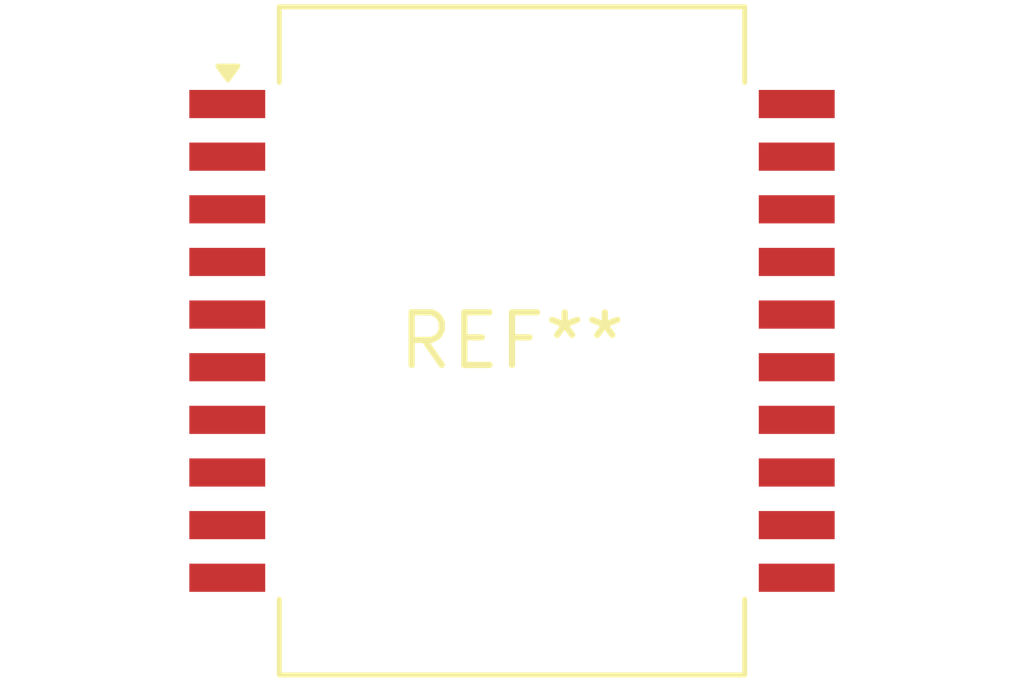
<source format=kicad_pcb>
(kicad_pcb (version 20240108) (generator pcbnew)
  (layers (0 "F.Cu" signal) (31 "B.Cu" signal) (34 "B.Paste" user) (35 "F.Paste" user) (36 "B.SilkS" user "B.Silkscreen") (37 "F.SilkS" user "F.Silkscreen") (38 "B.Mask" user) (39 "F.Mask" user) (44 "Edge.Cuts" user))
  (net 0 "")
  (footprint "Infineon_PG-DSO-20-87" (layer "F.Cu") (at 0 0)
    (property "Reference" "REF**")
    (property "Value" "Infineon_PG-DSO-20-87")
    (fp_line (start -5.61 -8.06) (end 5.61 -8.06) (layer "F.SilkS") (stroke (width 0.12)))
    (fp_line (start -5.61 -6.235) (end -5.61 -8.06) (layer "F.SilkS") (stroke (width 0.12)))
    (fp_line (start -5.61 6.235) (end -5.61 8.06) (layer "F.SilkS") (stroke (width 0.12)))
    (fp_line (start 5.61 -6.235) (end 5.61 -8.06) (layer "F.SilkS") (stroke (width 0.12)))
    (fp_line (start 5.61 6.235) (end 5.61 8.06) (layer "F.SilkS") (stroke (width 0.12)))
    (fp_line (start 5.61 8.06) (end -5.61 8.06) (layer "F.SilkS") (stroke (width 0.12)))
    (fp_poly (pts (xy -6.85 -6.3) (xy -7.09 -6.63) (xy -6.61 -6.63) (xy -6.85 -6.3)) (layer "F.SilkS") (stroke (width 0.12)) (fill solid))
    (pad "1" smd rect (at -6.865 -5.715) (size 1.83 0.68) (layers "F.Cu" "F.Paste" "F.Mask"))
    (pad "2" smd rect (at -6.865 -4.445) (size 1.83 0.68) (layers "F.Cu" "F.Paste" "F.Mask"))
    (pad "3" smd rect (at -6.865 -3.175) (size 1.83 0.68) (layers "F.Cu" "F.Paste" "F.Mask"))
    (pad "4" smd rect (at -6.865 -1.905) (size 1.83 0.68) (layers "F.Cu" "F.Paste" "F.Mask"))
    (pad "5" smd rect (at -6.865 -0.635) (size 1.83 0.68) (layers "F.Cu" "F.Paste" "F.Mask"))
    (pad "6" smd rect (at -6.865 0.635) (size 1.83 0.68) (layers "F.Cu" "F.Paste" "F.Mask"))
    (pad "7" smd rect (at -6.865 1.905) (size 1.83 0.68) (layers "F.Cu" "F.Paste" "F.Mask"))
    (pad "8" smd rect (at -6.865 3.175) (size 1.83 0.68) (layers "F.Cu" "F.Paste" "F.Mask"))
    (pad "9" smd rect (at -6.865 4.445) (size 1.83 0.68) (layers "F.Cu" "F.Paste" "F.Mask"))
    (pad "10" smd rect (at -6.865 5.715) (size 1.83 0.68) (layers "F.Cu" "F.Paste" "F.Mask"))
    (pad "11" smd rect (at 6.865 5.715) (size 1.83 0.68) (layers "F.Cu" "F.Paste" "F.Mask"))
    (pad "12" smd rect (at 6.865 4.445) (size 1.83 0.68) (layers "F.Cu" "F.Paste" "F.Mask"))
    (pad "13" smd rect (at 6.865 3.175) (size 1.83 0.68) (layers "F.Cu" "F.Paste" "F.Mask"))
    (pad "14" smd rect (at 6.865 1.905) (size 1.83 0.68) (layers "F.Cu" "F.Paste" "F.Mask"))
    (pad "15" smd rect (at 6.865 0.635) (size 1.83 0.68) (layers "F.Cu" "F.Paste" "F.Mask"))
    (pad "16" smd rect (at 6.865 -0.635) (size 1.83 0.68) (layers "F.Cu" "F.Paste" "F.Mask"))
    (pad "17" smd rect (at 6.865 -1.905) (size 1.83 0.68) (layers "F.Cu" "F.Paste" "F.Mask"))
    (pad "18" smd rect (at 6.865 -3.175) (size 1.83 0.68) (layers "F.Cu" "F.Paste" "F.Mask"))
    (pad "19" smd rect (at 6.865 -4.445) (size 1.83 0.68) (layers "F.Cu" "F.Paste" "F.Mask"))
    (pad "20" smd rect (at 6.865 -5.715) (size 1.83 0.68) (layers "F.Cu" "F.Paste" "F.Mask"))
  )
)
</source>
